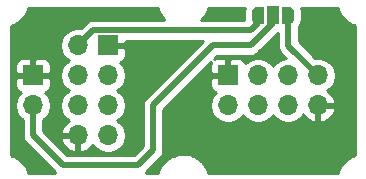
<source format=gbr>
%TF.GenerationSoftware,KiCad,Pcbnew,(5.1.10)-1*%
%TF.CreationDate,2021-09-12T15:17:43+08:00*%
%TF.ProjectId,fc,66632e6b-6963-4616-945f-706362585858,rev?*%
%TF.SameCoordinates,Original*%
%TF.FileFunction,Copper,L1,Top*%
%TF.FilePolarity,Positive*%
%FSLAX46Y46*%
G04 Gerber Fmt 4.6, Leading zero omitted, Abs format (unit mm)*
G04 Created by KiCad (PCBNEW (5.1.10)-1) date 2021-09-12 15:17:43*
%MOMM*%
%LPD*%
G01*
G04 APERTURE LIST*
%TA.AperFunction,SMDPad,CuDef*%
%ADD10R,1.000000X1.500000*%
%TD*%
%TA.AperFunction,SMDPad,CuDef*%
%ADD11C,0.350000*%
%TD*%
%TA.AperFunction,ComponentPad*%
%ADD12R,1.700000X1.700000*%
%TD*%
%TA.AperFunction,ComponentPad*%
%ADD13O,1.700000X1.700000*%
%TD*%
%TA.AperFunction,ViaPad*%
%ADD14C,0.600000*%
%TD*%
%TA.AperFunction,Conductor*%
%ADD15C,0.500000*%
%TD*%
%TA.AperFunction,Conductor*%
%ADD16C,0.254000*%
%TD*%
%TA.AperFunction,Conductor*%
%ADD17C,0.350000*%
%TD*%
%ADD18C,0.300000*%
%ADD19C,0.350000*%
G04 APERTURE END LIST*
D10*
%TO.P,JP1,2*%
%TO.N,/5v_PWR*%
X109220000Y-41910000D03*
%TA.AperFunction,SMDPad,CuDef*%
D11*
%TO.P,JP1,3*%
%TO.N,/5v_CON2*%
G36*
X110520000Y-41160602D02*
G01*
X110544534Y-41160602D01*
X110593365Y-41165412D01*
X110641490Y-41174984D01*
X110688445Y-41189228D01*
X110733778Y-41208005D01*
X110777051Y-41231136D01*
X110817850Y-41258396D01*
X110855779Y-41289524D01*
X110890476Y-41324221D01*
X110921604Y-41362150D01*
X110948864Y-41402949D01*
X110971995Y-41446222D01*
X110990772Y-41491555D01*
X111005016Y-41538510D01*
X111014588Y-41586635D01*
X111019398Y-41635466D01*
X111019398Y-41660000D01*
X111020000Y-41660000D01*
X111020000Y-42160000D01*
X111019398Y-42160000D01*
X111019398Y-42184534D01*
X111014588Y-42233365D01*
X111005016Y-42281490D01*
X110990772Y-42328445D01*
X110971995Y-42373778D01*
X110948864Y-42417051D01*
X110921604Y-42457850D01*
X110890476Y-42495779D01*
X110855779Y-42530476D01*
X110817850Y-42561604D01*
X110777051Y-42588864D01*
X110733778Y-42611995D01*
X110688445Y-42630772D01*
X110641490Y-42645016D01*
X110593365Y-42654588D01*
X110544534Y-42659398D01*
X110520000Y-42659398D01*
X110520000Y-42660000D01*
X109970000Y-42660000D01*
X109970000Y-41160000D01*
X110520000Y-41160000D01*
X110520000Y-41160602D01*
G37*
%TD.AperFunction*%
%TA.AperFunction,SMDPad,CuDef*%
%TO.P,JP1,1*%
%TO.N,/5v_CON1*%
G36*
X108470000Y-42660000D02*
G01*
X107920000Y-42660000D01*
X107920000Y-42659398D01*
X107895466Y-42659398D01*
X107846635Y-42654588D01*
X107798510Y-42645016D01*
X107751555Y-42630772D01*
X107706222Y-42611995D01*
X107662949Y-42588864D01*
X107622150Y-42561604D01*
X107584221Y-42530476D01*
X107549524Y-42495779D01*
X107518396Y-42457850D01*
X107491136Y-42417051D01*
X107468005Y-42373778D01*
X107449228Y-42328445D01*
X107434984Y-42281490D01*
X107425412Y-42233365D01*
X107420602Y-42184534D01*
X107420602Y-42160000D01*
X107420000Y-42160000D01*
X107420000Y-41660000D01*
X107420602Y-41660000D01*
X107420602Y-41635466D01*
X107425412Y-41586635D01*
X107434984Y-41538510D01*
X107449228Y-41491555D01*
X107468005Y-41446222D01*
X107491136Y-41402949D01*
X107518396Y-41362150D01*
X107549524Y-41324221D01*
X107584221Y-41289524D01*
X107622150Y-41258396D01*
X107662949Y-41231136D01*
X107706222Y-41208005D01*
X107751555Y-41189228D01*
X107798510Y-41174984D01*
X107846635Y-41165412D01*
X107895466Y-41160602D01*
X107920000Y-41160602D01*
X107920000Y-41160000D01*
X108470000Y-41160000D01*
X108470000Y-42660000D01*
G37*
%TD.AperFunction*%
%TD*%
D12*
%TO.P,J2,1*%
%TO.N,GND*%
X105410000Y-46990000D03*
D13*
%TO.P,J2,2*%
%TO.N,Net-(J2-Pad2)*%
X105410000Y-49530000D03*
%TO.P,J2,3*%
%TO.N,Net-(J2-Pad3)*%
X107950000Y-46990000D03*
%TO.P,J2,4*%
%TO.N,Net-(J2-Pad4)*%
X107950000Y-49530000D03*
%TO.P,J2,5*%
%TO.N,Net-(J2-Pad5)*%
X110490000Y-46990000D03*
%TO.P,J2,6*%
%TO.N,Net-(J2-Pad6)*%
X110490000Y-49530000D03*
%TO.P,J2,7*%
%TO.N,/5v_CON2*%
X113030000Y-46990000D03*
%TO.P,J2,8*%
%TO.N,GND*%
X113030000Y-49530000D03*
%TD*%
D12*
%TO.P,J1,1*%
%TO.N,GND*%
X95250000Y-44450000D03*
D13*
%TO.P,J1,2*%
%TO.N,/5v_CON1*%
X92710000Y-44450000D03*
%TO.P,J1,3*%
%TO.N,Net-(J1-Pad3)*%
X95250000Y-46990000D03*
%TO.P,J1,4*%
%TO.N,Net-(J1-Pad4)*%
X92710000Y-46990000D03*
%TO.P,J1,5*%
%TO.N,Net-(J1-Pad5)*%
X95250000Y-49530000D03*
%TO.P,J1,6*%
%TO.N,Net-(J1-Pad6)*%
X92710000Y-49530000D03*
%TO.P,J1,7*%
%TO.N,Net-(J1-Pad7)*%
X95250000Y-52070000D03*
%TO.P,J1,8*%
%TO.N,GND*%
X92710000Y-52070000D03*
%TD*%
%TO.P,J3,2*%
%TO.N,/5v_PWR*%
X88900000Y-49530000D03*
D12*
%TO.P,J3,1*%
%TO.N,GND*%
X88900000Y-46990000D03*
%TD*%
D14*
%TO.N,GND*%
X103124000Y-52070000D03*
X98806000Y-41910000D03*
X104394000Y-41910000D03*
%TD*%
D15*
%TO.N,/5v_CON1*%
X93980000Y-43180000D02*
X92710000Y-44450000D01*
X94010001Y-43149999D02*
X93980000Y-43180000D01*
X107330000Y-43149999D02*
X94010001Y-43149999D01*
X107920000Y-42559999D02*
X107330000Y-43149999D01*
X107920000Y-41910000D02*
X107920000Y-42559999D01*
%TO.N,/5v_CON2*%
X110520000Y-44480000D02*
X113030000Y-46990000D01*
X110520000Y-41910000D02*
X110520000Y-44480000D01*
%TO.N,/5v_PWR*%
X88900000Y-52070000D02*
X88900000Y-49530000D01*
X91440000Y-54610000D02*
X88900000Y-52070000D01*
X99060000Y-53340000D02*
X97790000Y-54610000D01*
X99060000Y-49530000D02*
X99060000Y-53340000D01*
X97790000Y-54610000D02*
X91440000Y-54610000D01*
X104140000Y-44450000D02*
X99060000Y-49530000D01*
X107316412Y-44450000D02*
X104140000Y-44450000D01*
X109220000Y-42546412D02*
X107316412Y-44450000D01*
X109220000Y-41910000D02*
X109220000Y-42546412D01*
%TD*%
D16*
%TO.N,GND*%
X114734535Y-41455192D02*
X114757715Y-41510335D01*
X114780124Y-41565800D01*
X114784451Y-41573937D01*
X114932972Y-41848621D01*
X114966417Y-41898205D01*
X114999177Y-41948268D01*
X115005001Y-41955409D01*
X115204047Y-42196013D01*
X115246482Y-42238154D01*
X115288346Y-42280903D01*
X115295446Y-42286777D01*
X115537435Y-42484138D01*
X115587259Y-42517241D01*
X115636615Y-42551036D01*
X115644721Y-42555419D01*
X115920435Y-42702019D01*
X115975704Y-42724799D01*
X116030724Y-42748381D01*
X116039527Y-42751105D01*
X116180001Y-42793516D01*
X116180000Y-53726495D01*
X116024808Y-53774535D01*
X115969653Y-53797720D01*
X115914200Y-53820124D01*
X115906068Y-53824449D01*
X115906063Y-53824451D01*
X115906059Y-53824454D01*
X115631379Y-53972972D01*
X115581795Y-54006417D01*
X115531732Y-54039177D01*
X115524591Y-54045001D01*
X115283987Y-54244046D01*
X115241863Y-54286465D01*
X115199097Y-54328345D01*
X115193223Y-54335446D01*
X114995862Y-54577435D01*
X114962759Y-54627259D01*
X114928964Y-54676615D01*
X114924581Y-54684721D01*
X114777981Y-54960434D01*
X114755189Y-55015731D01*
X114731619Y-55070725D01*
X114728895Y-55079528D01*
X114686484Y-55220000D01*
X103753609Y-55220000D01*
X103699723Y-55050130D01*
X103676157Y-54995147D01*
X103653362Y-54939841D01*
X103648979Y-54931735D01*
X103498544Y-54658095D01*
X103464755Y-54608748D01*
X103431645Y-54558913D01*
X103425771Y-54551812D01*
X103225049Y-54312603D01*
X103182319Y-54270759D01*
X103140161Y-54228305D01*
X103133020Y-54222481D01*
X102889660Y-54026814D01*
X102839600Y-53994055D01*
X102790014Y-53960609D01*
X102781877Y-53956283D01*
X102505146Y-53811612D01*
X102449711Y-53789215D01*
X102394539Y-53766022D01*
X102385717Y-53763359D01*
X102086156Y-53675193D01*
X102027440Y-53663993D01*
X101968798Y-53651955D01*
X101959627Y-53651056D01*
X101648647Y-53622755D01*
X101588830Y-53623173D01*
X101529012Y-53622755D01*
X101519841Y-53623655D01*
X101519839Y-53623655D01*
X101209285Y-53656296D01*
X101150709Y-53668320D01*
X101091930Y-53679532D01*
X101083108Y-53682196D01*
X100784808Y-53774535D01*
X100729653Y-53797720D01*
X100674200Y-53820124D01*
X100666068Y-53824449D01*
X100666063Y-53824451D01*
X100666059Y-53824454D01*
X100391379Y-53972972D01*
X100341795Y-54006417D01*
X100291732Y-54039177D01*
X100284591Y-54045001D01*
X100043987Y-54244046D01*
X100001863Y-54286465D01*
X99959097Y-54328345D01*
X99953223Y-54335446D01*
X99755862Y-54577435D01*
X99722759Y-54627259D01*
X99688964Y-54676615D01*
X99684581Y-54684721D01*
X99537981Y-54960434D01*
X99515189Y-55015731D01*
X99491619Y-55070725D01*
X99488895Y-55079528D01*
X99446484Y-55220000D01*
X98434260Y-55220000D01*
X98446534Y-55205044D01*
X99655049Y-53996530D01*
X99688817Y-53968817D01*
X99726373Y-53923056D01*
X99799410Y-53834060D01*
X99799411Y-53834059D01*
X99881589Y-53680313D01*
X99932195Y-53513490D01*
X99945000Y-53383477D01*
X99945000Y-53383467D01*
X99949281Y-53340001D01*
X99945000Y-53296535D01*
X99945000Y-49896578D01*
X103998906Y-45842672D01*
X103970498Y-45895820D01*
X103934188Y-46015518D01*
X103921928Y-46140000D01*
X103925000Y-46704250D01*
X104083750Y-46863000D01*
X105283000Y-46863000D01*
X105283000Y-45663750D01*
X105124250Y-45505000D01*
X104560000Y-45501928D01*
X104435518Y-45514188D01*
X104315820Y-45550498D01*
X104262673Y-45578906D01*
X104506579Y-45335000D01*
X107272943Y-45335000D01*
X107316412Y-45339281D01*
X107359881Y-45335000D01*
X107359889Y-45335000D01*
X107489902Y-45322195D01*
X107656725Y-45271589D01*
X107810471Y-45189411D01*
X107945229Y-45078817D01*
X107972946Y-45045044D01*
X109635001Y-43382990D01*
X109635001Y-44436521D01*
X109630719Y-44480000D01*
X109647805Y-44653490D01*
X109698412Y-44820313D01*
X109780590Y-44974059D01*
X109863468Y-45075046D01*
X109863471Y-45075049D01*
X109891184Y-45108817D01*
X109924951Y-45136529D01*
X110301770Y-45513348D01*
X110056842Y-45562068D01*
X109786589Y-45674010D01*
X109543368Y-45836525D01*
X109336525Y-46043368D01*
X109220000Y-46217760D01*
X109103475Y-46043368D01*
X108896632Y-45836525D01*
X108653411Y-45674010D01*
X108383158Y-45562068D01*
X108096260Y-45505000D01*
X107803740Y-45505000D01*
X107516842Y-45562068D01*
X107246589Y-45674010D01*
X107003368Y-45836525D01*
X106871513Y-45968380D01*
X106849502Y-45895820D01*
X106790537Y-45785506D01*
X106711185Y-45688815D01*
X106614494Y-45609463D01*
X106504180Y-45550498D01*
X106384482Y-45514188D01*
X106260000Y-45501928D01*
X105695750Y-45505000D01*
X105537000Y-45663750D01*
X105537000Y-46863000D01*
X105557000Y-46863000D01*
X105557000Y-47117000D01*
X105537000Y-47117000D01*
X105537000Y-47137000D01*
X105283000Y-47137000D01*
X105283000Y-47117000D01*
X104083750Y-47117000D01*
X103925000Y-47275750D01*
X103921928Y-47840000D01*
X103934188Y-47964482D01*
X103970498Y-48084180D01*
X104029463Y-48194494D01*
X104108815Y-48291185D01*
X104205506Y-48370537D01*
X104315820Y-48429502D01*
X104388380Y-48451513D01*
X104256525Y-48583368D01*
X104094010Y-48826589D01*
X103982068Y-49096842D01*
X103925000Y-49383740D01*
X103925000Y-49676260D01*
X103982068Y-49963158D01*
X104094010Y-50233411D01*
X104256525Y-50476632D01*
X104463368Y-50683475D01*
X104706589Y-50845990D01*
X104976842Y-50957932D01*
X105263740Y-51015000D01*
X105556260Y-51015000D01*
X105843158Y-50957932D01*
X106113411Y-50845990D01*
X106356632Y-50683475D01*
X106563475Y-50476632D01*
X106680000Y-50302240D01*
X106796525Y-50476632D01*
X107003368Y-50683475D01*
X107246589Y-50845990D01*
X107516842Y-50957932D01*
X107803740Y-51015000D01*
X108096260Y-51015000D01*
X108383158Y-50957932D01*
X108653411Y-50845990D01*
X108896632Y-50683475D01*
X109103475Y-50476632D01*
X109220000Y-50302240D01*
X109336525Y-50476632D01*
X109543368Y-50683475D01*
X109786589Y-50845990D01*
X110056842Y-50957932D01*
X110343740Y-51015000D01*
X110636260Y-51015000D01*
X110923158Y-50957932D01*
X111193411Y-50845990D01*
X111436632Y-50683475D01*
X111643475Y-50476632D01*
X111765195Y-50294466D01*
X111834822Y-50411355D01*
X112029731Y-50627588D01*
X112263080Y-50801641D01*
X112525901Y-50926825D01*
X112673110Y-50971476D01*
X112903000Y-50850155D01*
X112903000Y-49657000D01*
X113157000Y-49657000D01*
X113157000Y-50850155D01*
X113386890Y-50971476D01*
X113534099Y-50926825D01*
X113796920Y-50801641D01*
X114030269Y-50627588D01*
X114225178Y-50411355D01*
X114374157Y-50161252D01*
X114471481Y-49886891D01*
X114350814Y-49657000D01*
X113157000Y-49657000D01*
X112903000Y-49657000D01*
X112883000Y-49657000D01*
X112883000Y-49403000D01*
X112903000Y-49403000D01*
X112903000Y-49383000D01*
X113157000Y-49383000D01*
X113157000Y-49403000D01*
X114350814Y-49403000D01*
X114471481Y-49173109D01*
X114374157Y-48898748D01*
X114225178Y-48648645D01*
X114030269Y-48432412D01*
X113800594Y-48261100D01*
X113976632Y-48143475D01*
X114183475Y-47936632D01*
X114345990Y-47693411D01*
X114457932Y-47423158D01*
X114515000Y-47136260D01*
X114515000Y-46843740D01*
X114457932Y-46556842D01*
X114345990Y-46286589D01*
X114183475Y-46043368D01*
X113976632Y-45836525D01*
X113733411Y-45674010D01*
X113463158Y-45562068D01*
X113176260Y-45505000D01*
X112883740Y-45505000D01*
X112811040Y-45519461D01*
X111405000Y-44113422D01*
X111405000Y-42870734D01*
X111437042Y-42831691D01*
X111491498Y-42750192D01*
X111550464Y-42639875D01*
X111587973Y-42549319D01*
X111624282Y-42429623D01*
X111643404Y-42333490D01*
X111655664Y-42209009D01*
X111655664Y-42184450D01*
X111658072Y-42160000D01*
X111658072Y-41660000D01*
X111655664Y-41635550D01*
X111655664Y-41610991D01*
X111643404Y-41486510D01*
X111624282Y-41390377D01*
X111596867Y-41300000D01*
X114686495Y-41300000D01*
X114734535Y-41455192D01*
%TA.AperFunction,Conductor*%
D17*
G36*
X114734535Y-41455192D02*
G01*
X114757715Y-41510335D01*
X114780124Y-41565800D01*
X114784451Y-41573937D01*
X114932972Y-41848621D01*
X114966417Y-41898205D01*
X114999177Y-41948268D01*
X115005001Y-41955409D01*
X115204047Y-42196013D01*
X115246482Y-42238154D01*
X115288346Y-42280903D01*
X115295446Y-42286777D01*
X115537435Y-42484138D01*
X115587259Y-42517241D01*
X115636615Y-42551036D01*
X115644721Y-42555419D01*
X115920435Y-42702019D01*
X115975704Y-42724799D01*
X116030724Y-42748381D01*
X116039527Y-42751105D01*
X116180001Y-42793516D01*
X116180000Y-53726495D01*
X116024808Y-53774535D01*
X115969653Y-53797720D01*
X115914200Y-53820124D01*
X115906068Y-53824449D01*
X115906063Y-53824451D01*
X115906059Y-53824454D01*
X115631379Y-53972972D01*
X115581795Y-54006417D01*
X115531732Y-54039177D01*
X115524591Y-54045001D01*
X115283987Y-54244046D01*
X115241863Y-54286465D01*
X115199097Y-54328345D01*
X115193223Y-54335446D01*
X114995862Y-54577435D01*
X114962759Y-54627259D01*
X114928964Y-54676615D01*
X114924581Y-54684721D01*
X114777981Y-54960434D01*
X114755189Y-55015731D01*
X114731619Y-55070725D01*
X114728895Y-55079528D01*
X114686484Y-55220000D01*
X103753609Y-55220000D01*
X103699723Y-55050130D01*
X103676157Y-54995147D01*
X103653362Y-54939841D01*
X103648979Y-54931735D01*
X103498544Y-54658095D01*
X103464755Y-54608748D01*
X103431645Y-54558913D01*
X103425771Y-54551812D01*
X103225049Y-54312603D01*
X103182319Y-54270759D01*
X103140161Y-54228305D01*
X103133020Y-54222481D01*
X102889660Y-54026814D01*
X102839600Y-53994055D01*
X102790014Y-53960609D01*
X102781877Y-53956283D01*
X102505146Y-53811612D01*
X102449711Y-53789215D01*
X102394539Y-53766022D01*
X102385717Y-53763359D01*
X102086156Y-53675193D01*
X102027440Y-53663993D01*
X101968798Y-53651955D01*
X101959627Y-53651056D01*
X101648647Y-53622755D01*
X101588830Y-53623173D01*
X101529012Y-53622755D01*
X101519841Y-53623655D01*
X101519839Y-53623655D01*
X101209285Y-53656296D01*
X101150709Y-53668320D01*
X101091930Y-53679532D01*
X101083108Y-53682196D01*
X100784808Y-53774535D01*
X100729653Y-53797720D01*
X100674200Y-53820124D01*
X100666068Y-53824449D01*
X100666063Y-53824451D01*
X100666059Y-53824454D01*
X100391379Y-53972972D01*
X100341795Y-54006417D01*
X100291732Y-54039177D01*
X100284591Y-54045001D01*
X100043987Y-54244046D01*
X100001863Y-54286465D01*
X99959097Y-54328345D01*
X99953223Y-54335446D01*
X99755862Y-54577435D01*
X99722759Y-54627259D01*
X99688964Y-54676615D01*
X99684581Y-54684721D01*
X99537981Y-54960434D01*
X99515189Y-55015731D01*
X99491619Y-55070725D01*
X99488895Y-55079528D01*
X99446484Y-55220000D01*
X98434260Y-55220000D01*
X98446534Y-55205044D01*
X99655049Y-53996530D01*
X99688817Y-53968817D01*
X99726373Y-53923056D01*
X99799410Y-53834060D01*
X99799411Y-53834059D01*
X99881589Y-53680313D01*
X99932195Y-53513490D01*
X99945000Y-53383477D01*
X99945000Y-53383467D01*
X99949281Y-53340001D01*
X99945000Y-53296535D01*
X99945000Y-49896578D01*
X103998906Y-45842672D01*
X103970498Y-45895820D01*
X103934188Y-46015518D01*
X103921928Y-46140000D01*
X103925000Y-46704250D01*
X104083750Y-46863000D01*
X105283000Y-46863000D01*
X105283000Y-45663750D01*
X105124250Y-45505000D01*
X104560000Y-45501928D01*
X104435518Y-45514188D01*
X104315820Y-45550498D01*
X104262673Y-45578906D01*
X104506579Y-45335000D01*
X107272943Y-45335000D01*
X107316412Y-45339281D01*
X107359881Y-45335000D01*
X107359889Y-45335000D01*
X107489902Y-45322195D01*
X107656725Y-45271589D01*
X107810471Y-45189411D01*
X107945229Y-45078817D01*
X107972946Y-45045044D01*
X109635001Y-43382990D01*
X109635001Y-44436521D01*
X109630719Y-44480000D01*
X109647805Y-44653490D01*
X109698412Y-44820313D01*
X109780590Y-44974059D01*
X109863468Y-45075046D01*
X109863471Y-45075049D01*
X109891184Y-45108817D01*
X109924951Y-45136529D01*
X110301770Y-45513348D01*
X110056842Y-45562068D01*
X109786589Y-45674010D01*
X109543368Y-45836525D01*
X109336525Y-46043368D01*
X109220000Y-46217760D01*
X109103475Y-46043368D01*
X108896632Y-45836525D01*
X108653411Y-45674010D01*
X108383158Y-45562068D01*
X108096260Y-45505000D01*
X107803740Y-45505000D01*
X107516842Y-45562068D01*
X107246589Y-45674010D01*
X107003368Y-45836525D01*
X106871513Y-45968380D01*
X106849502Y-45895820D01*
X106790537Y-45785506D01*
X106711185Y-45688815D01*
X106614494Y-45609463D01*
X106504180Y-45550498D01*
X106384482Y-45514188D01*
X106260000Y-45501928D01*
X105695750Y-45505000D01*
X105537000Y-45663750D01*
X105537000Y-46863000D01*
X105557000Y-46863000D01*
X105557000Y-47117000D01*
X105537000Y-47117000D01*
X105537000Y-47137000D01*
X105283000Y-47137000D01*
X105283000Y-47117000D01*
X104083750Y-47117000D01*
X103925000Y-47275750D01*
X103921928Y-47840000D01*
X103934188Y-47964482D01*
X103970498Y-48084180D01*
X104029463Y-48194494D01*
X104108815Y-48291185D01*
X104205506Y-48370537D01*
X104315820Y-48429502D01*
X104388380Y-48451513D01*
X104256525Y-48583368D01*
X104094010Y-48826589D01*
X103982068Y-49096842D01*
X103925000Y-49383740D01*
X103925000Y-49676260D01*
X103982068Y-49963158D01*
X104094010Y-50233411D01*
X104256525Y-50476632D01*
X104463368Y-50683475D01*
X104706589Y-50845990D01*
X104976842Y-50957932D01*
X105263740Y-51015000D01*
X105556260Y-51015000D01*
X105843158Y-50957932D01*
X106113411Y-50845990D01*
X106356632Y-50683475D01*
X106563475Y-50476632D01*
X106680000Y-50302240D01*
X106796525Y-50476632D01*
X107003368Y-50683475D01*
X107246589Y-50845990D01*
X107516842Y-50957932D01*
X107803740Y-51015000D01*
X108096260Y-51015000D01*
X108383158Y-50957932D01*
X108653411Y-50845990D01*
X108896632Y-50683475D01*
X109103475Y-50476632D01*
X109220000Y-50302240D01*
X109336525Y-50476632D01*
X109543368Y-50683475D01*
X109786589Y-50845990D01*
X110056842Y-50957932D01*
X110343740Y-51015000D01*
X110636260Y-51015000D01*
X110923158Y-50957932D01*
X111193411Y-50845990D01*
X111436632Y-50683475D01*
X111643475Y-50476632D01*
X111765195Y-50294466D01*
X111834822Y-50411355D01*
X112029731Y-50627588D01*
X112263080Y-50801641D01*
X112525901Y-50926825D01*
X112673110Y-50971476D01*
X112903000Y-50850155D01*
X112903000Y-49657000D01*
X113157000Y-49657000D01*
X113157000Y-50850155D01*
X113386890Y-50971476D01*
X113534099Y-50926825D01*
X113796920Y-50801641D01*
X114030269Y-50627588D01*
X114225178Y-50411355D01*
X114374157Y-50161252D01*
X114471481Y-49886891D01*
X114350814Y-49657000D01*
X113157000Y-49657000D01*
X112903000Y-49657000D01*
X112883000Y-49657000D01*
X112883000Y-49403000D01*
X112903000Y-49403000D01*
X112903000Y-49383000D01*
X113157000Y-49383000D01*
X113157000Y-49403000D01*
X114350814Y-49403000D01*
X114471481Y-49173109D01*
X114374157Y-48898748D01*
X114225178Y-48648645D01*
X114030269Y-48432412D01*
X113800594Y-48261100D01*
X113976632Y-48143475D01*
X114183475Y-47936632D01*
X114345990Y-47693411D01*
X114457932Y-47423158D01*
X114515000Y-47136260D01*
X114515000Y-46843740D01*
X114457932Y-46556842D01*
X114345990Y-46286589D01*
X114183475Y-46043368D01*
X113976632Y-45836525D01*
X113733411Y-45674010D01*
X113463158Y-45562068D01*
X113176260Y-45505000D01*
X112883740Y-45505000D01*
X112811040Y-45519461D01*
X111405000Y-44113422D01*
X111405000Y-42870734D01*
X111437042Y-42831691D01*
X111491498Y-42750192D01*
X111550464Y-42639875D01*
X111587973Y-42549319D01*
X111624282Y-42429623D01*
X111643404Y-42333490D01*
X111655664Y-42209009D01*
X111655664Y-42184450D01*
X111658072Y-42160000D01*
X111658072Y-41660000D01*
X111655664Y-41635550D01*
X111655664Y-41610991D01*
X111643404Y-41486510D01*
X111624282Y-41390377D01*
X111596867Y-41300000D01*
X114686495Y-41300000D01*
X114734535Y-41455192D01*
G37*
%TD.AperFunction*%
D16*
X99500277Y-41469870D02*
X99523817Y-41524792D01*
X99546637Y-41580159D01*
X99551021Y-41588265D01*
X99701456Y-41861904D01*
X99735221Y-41911217D01*
X99768355Y-41961088D01*
X99774230Y-41968188D01*
X99974951Y-42207397D01*
X100017680Y-42249241D01*
X100033329Y-42264999D01*
X94053470Y-42264999D01*
X94010001Y-42260718D01*
X93966532Y-42264999D01*
X93966524Y-42264999D01*
X93836511Y-42277804D01*
X93669688Y-42328410D01*
X93515942Y-42410588D01*
X93381184Y-42521182D01*
X93353471Y-42554950D01*
X92928960Y-42979461D01*
X92856260Y-42965000D01*
X92563740Y-42965000D01*
X92276842Y-43022068D01*
X92006589Y-43134010D01*
X91763368Y-43296525D01*
X91556525Y-43503368D01*
X91394010Y-43746589D01*
X91282068Y-44016842D01*
X91225000Y-44303740D01*
X91225000Y-44596260D01*
X91282068Y-44883158D01*
X91394010Y-45153411D01*
X91556525Y-45396632D01*
X91763368Y-45603475D01*
X91937760Y-45720000D01*
X91763368Y-45836525D01*
X91556525Y-46043368D01*
X91394010Y-46286589D01*
X91282068Y-46556842D01*
X91225000Y-46843740D01*
X91225000Y-47136260D01*
X91282068Y-47423158D01*
X91394010Y-47693411D01*
X91556525Y-47936632D01*
X91763368Y-48143475D01*
X91937760Y-48260000D01*
X91763368Y-48376525D01*
X91556525Y-48583368D01*
X91394010Y-48826589D01*
X91282068Y-49096842D01*
X91225000Y-49383740D01*
X91225000Y-49676260D01*
X91282068Y-49963158D01*
X91394010Y-50233411D01*
X91556525Y-50476632D01*
X91763368Y-50683475D01*
X91945534Y-50805195D01*
X91828645Y-50874822D01*
X91612412Y-51069731D01*
X91438359Y-51303080D01*
X91313175Y-51565901D01*
X91268524Y-51713110D01*
X91389845Y-51943000D01*
X92583000Y-51943000D01*
X92583000Y-51923000D01*
X92837000Y-51923000D01*
X92837000Y-51943000D01*
X92857000Y-51943000D01*
X92857000Y-52197000D01*
X92837000Y-52197000D01*
X92837000Y-53390814D01*
X93066891Y-53511481D01*
X93341252Y-53414157D01*
X93591355Y-53265178D01*
X93807588Y-53070269D01*
X93978900Y-52840594D01*
X94096525Y-53016632D01*
X94303368Y-53223475D01*
X94546589Y-53385990D01*
X94816842Y-53497932D01*
X95103740Y-53555000D01*
X95396260Y-53555000D01*
X95683158Y-53497932D01*
X95953411Y-53385990D01*
X96196632Y-53223475D01*
X96403475Y-53016632D01*
X96565990Y-52773411D01*
X96677932Y-52503158D01*
X96735000Y-52216260D01*
X96735000Y-51923740D01*
X96677932Y-51636842D01*
X96565990Y-51366589D01*
X96403475Y-51123368D01*
X96196632Y-50916525D01*
X96022240Y-50800000D01*
X96196632Y-50683475D01*
X96403475Y-50476632D01*
X96565990Y-50233411D01*
X96677932Y-49963158D01*
X96735000Y-49676260D01*
X96735000Y-49383740D01*
X96677932Y-49096842D01*
X96565990Y-48826589D01*
X96403475Y-48583368D01*
X96196632Y-48376525D01*
X96022240Y-48260000D01*
X96196632Y-48143475D01*
X96403475Y-47936632D01*
X96565990Y-47693411D01*
X96677932Y-47423158D01*
X96735000Y-47136260D01*
X96735000Y-46843740D01*
X96677932Y-46556842D01*
X96565990Y-46286589D01*
X96403475Y-46043368D01*
X96271620Y-45911513D01*
X96344180Y-45889502D01*
X96454494Y-45830537D01*
X96551185Y-45751185D01*
X96630537Y-45654494D01*
X96689502Y-45544180D01*
X96725812Y-45424482D01*
X96738072Y-45300000D01*
X96735000Y-44735750D01*
X96576250Y-44577000D01*
X95377000Y-44577000D01*
X95377000Y-44597000D01*
X95123000Y-44597000D01*
X95123000Y-44577000D01*
X95103000Y-44577000D01*
X95103000Y-44323000D01*
X95123000Y-44323000D01*
X95123000Y-44303000D01*
X95377000Y-44303000D01*
X95377000Y-44323000D01*
X96576250Y-44323000D01*
X96735000Y-44164250D01*
X96735704Y-44034999D01*
X103303422Y-44034999D01*
X98464956Y-48873466D01*
X98431183Y-48901183D01*
X98320589Y-49035942D01*
X98238411Y-49189688D01*
X98187805Y-49356511D01*
X98175000Y-49486524D01*
X98175000Y-49486531D01*
X98170719Y-49530000D01*
X98175000Y-49573469D01*
X98175001Y-52973420D01*
X97423422Y-53725000D01*
X91806579Y-53725000D01*
X90508469Y-52426890D01*
X91268524Y-52426890D01*
X91313175Y-52574099D01*
X91438359Y-52836920D01*
X91612412Y-53070269D01*
X91828645Y-53265178D01*
X92078748Y-53414157D01*
X92353109Y-53511481D01*
X92583000Y-53390814D01*
X92583000Y-52197000D01*
X91389845Y-52197000D01*
X91268524Y-52426890D01*
X90508469Y-52426890D01*
X89785000Y-51703422D01*
X89785000Y-50724656D01*
X89846632Y-50683475D01*
X90053475Y-50476632D01*
X90215990Y-50233411D01*
X90327932Y-49963158D01*
X90385000Y-49676260D01*
X90385000Y-49383740D01*
X90327932Y-49096842D01*
X90215990Y-48826589D01*
X90053475Y-48583368D01*
X89921620Y-48451513D01*
X89994180Y-48429502D01*
X90104494Y-48370537D01*
X90201185Y-48291185D01*
X90280537Y-48194494D01*
X90339502Y-48084180D01*
X90375812Y-47964482D01*
X90388072Y-47840000D01*
X90385000Y-47275750D01*
X90226250Y-47117000D01*
X89027000Y-47117000D01*
X89027000Y-47137000D01*
X88773000Y-47137000D01*
X88773000Y-47117000D01*
X87573750Y-47117000D01*
X87415000Y-47275750D01*
X87411928Y-47840000D01*
X87424188Y-47964482D01*
X87460498Y-48084180D01*
X87519463Y-48194494D01*
X87598815Y-48291185D01*
X87695506Y-48370537D01*
X87805820Y-48429502D01*
X87878380Y-48451513D01*
X87746525Y-48583368D01*
X87584010Y-48826589D01*
X87472068Y-49096842D01*
X87415000Y-49383740D01*
X87415000Y-49676260D01*
X87472068Y-49963158D01*
X87584010Y-50233411D01*
X87746525Y-50476632D01*
X87953368Y-50683475D01*
X88015001Y-50724657D01*
X88015000Y-52026531D01*
X88010719Y-52070000D01*
X88015000Y-52113469D01*
X88015000Y-52113476D01*
X88027805Y-52243489D01*
X88078411Y-52410312D01*
X88160589Y-52564058D01*
X88271183Y-52698817D01*
X88304956Y-52726534D01*
X90783470Y-55205049D01*
X90795740Y-55220000D01*
X88513505Y-55220000D01*
X88465465Y-55064808D01*
X88442280Y-55009653D01*
X88419876Y-54954200D01*
X88415549Y-54946064D01*
X88415549Y-54946063D01*
X88415546Y-54946059D01*
X88267028Y-54671379D01*
X88233583Y-54621795D01*
X88200823Y-54571732D01*
X88194999Y-54564591D01*
X87995954Y-54323987D01*
X87953535Y-54281863D01*
X87911655Y-54239097D01*
X87904554Y-54233223D01*
X87662565Y-54035862D01*
X87612741Y-54002759D01*
X87563385Y-53968964D01*
X87555279Y-53964581D01*
X87279566Y-53817981D01*
X87224269Y-53795189D01*
X87169275Y-53771619D01*
X87160472Y-53768895D01*
X87020000Y-53726484D01*
X87020000Y-46140000D01*
X87411928Y-46140000D01*
X87415000Y-46704250D01*
X87573750Y-46863000D01*
X88773000Y-46863000D01*
X88773000Y-45663750D01*
X89027000Y-45663750D01*
X89027000Y-46863000D01*
X90226250Y-46863000D01*
X90385000Y-46704250D01*
X90388072Y-46140000D01*
X90375812Y-46015518D01*
X90339502Y-45895820D01*
X90280537Y-45785506D01*
X90201185Y-45688815D01*
X90104494Y-45609463D01*
X89994180Y-45550498D01*
X89874482Y-45514188D01*
X89750000Y-45501928D01*
X89185750Y-45505000D01*
X89027000Y-45663750D01*
X88773000Y-45663750D01*
X88614250Y-45505000D01*
X88050000Y-45501928D01*
X87925518Y-45514188D01*
X87805820Y-45550498D01*
X87695506Y-45609463D01*
X87598815Y-45688815D01*
X87519463Y-45785506D01*
X87460498Y-45895820D01*
X87424188Y-46015518D01*
X87411928Y-46140000D01*
X87020000Y-46140000D01*
X87020000Y-42793505D01*
X87175192Y-42745465D01*
X87230335Y-42722285D01*
X87285800Y-42699876D01*
X87293937Y-42695549D01*
X87568621Y-42547028D01*
X87618205Y-42513583D01*
X87668268Y-42480823D01*
X87675409Y-42474999D01*
X87916013Y-42275953D01*
X87958154Y-42233518D01*
X88000903Y-42191654D01*
X88006777Y-42184554D01*
X88204138Y-41942565D01*
X88237241Y-41892741D01*
X88271036Y-41843385D01*
X88275419Y-41835279D01*
X88422019Y-41559565D01*
X88444799Y-41504296D01*
X88468381Y-41449276D01*
X88471105Y-41440473D01*
X88513516Y-41300000D01*
X99446391Y-41300000D01*
X99500277Y-41469870D01*
%TA.AperFunction,Conductor*%
D17*
G36*
X99500277Y-41469870D02*
G01*
X99523817Y-41524792D01*
X99546637Y-41580159D01*
X99551021Y-41588265D01*
X99701456Y-41861904D01*
X99735221Y-41911217D01*
X99768355Y-41961088D01*
X99774230Y-41968188D01*
X99974951Y-42207397D01*
X100017680Y-42249241D01*
X100033329Y-42264999D01*
X94053470Y-42264999D01*
X94010001Y-42260718D01*
X93966532Y-42264999D01*
X93966524Y-42264999D01*
X93836511Y-42277804D01*
X93669688Y-42328410D01*
X93515942Y-42410588D01*
X93381184Y-42521182D01*
X93353471Y-42554950D01*
X92928960Y-42979461D01*
X92856260Y-42965000D01*
X92563740Y-42965000D01*
X92276842Y-43022068D01*
X92006589Y-43134010D01*
X91763368Y-43296525D01*
X91556525Y-43503368D01*
X91394010Y-43746589D01*
X91282068Y-44016842D01*
X91225000Y-44303740D01*
X91225000Y-44596260D01*
X91282068Y-44883158D01*
X91394010Y-45153411D01*
X91556525Y-45396632D01*
X91763368Y-45603475D01*
X91937760Y-45720000D01*
X91763368Y-45836525D01*
X91556525Y-46043368D01*
X91394010Y-46286589D01*
X91282068Y-46556842D01*
X91225000Y-46843740D01*
X91225000Y-47136260D01*
X91282068Y-47423158D01*
X91394010Y-47693411D01*
X91556525Y-47936632D01*
X91763368Y-48143475D01*
X91937760Y-48260000D01*
X91763368Y-48376525D01*
X91556525Y-48583368D01*
X91394010Y-48826589D01*
X91282068Y-49096842D01*
X91225000Y-49383740D01*
X91225000Y-49676260D01*
X91282068Y-49963158D01*
X91394010Y-50233411D01*
X91556525Y-50476632D01*
X91763368Y-50683475D01*
X91945534Y-50805195D01*
X91828645Y-50874822D01*
X91612412Y-51069731D01*
X91438359Y-51303080D01*
X91313175Y-51565901D01*
X91268524Y-51713110D01*
X91389845Y-51943000D01*
X92583000Y-51943000D01*
X92583000Y-51923000D01*
X92837000Y-51923000D01*
X92837000Y-51943000D01*
X92857000Y-51943000D01*
X92857000Y-52197000D01*
X92837000Y-52197000D01*
X92837000Y-53390814D01*
X93066891Y-53511481D01*
X93341252Y-53414157D01*
X93591355Y-53265178D01*
X93807588Y-53070269D01*
X93978900Y-52840594D01*
X94096525Y-53016632D01*
X94303368Y-53223475D01*
X94546589Y-53385990D01*
X94816842Y-53497932D01*
X95103740Y-53555000D01*
X95396260Y-53555000D01*
X95683158Y-53497932D01*
X95953411Y-53385990D01*
X96196632Y-53223475D01*
X96403475Y-53016632D01*
X96565990Y-52773411D01*
X96677932Y-52503158D01*
X96735000Y-52216260D01*
X96735000Y-51923740D01*
X96677932Y-51636842D01*
X96565990Y-51366589D01*
X96403475Y-51123368D01*
X96196632Y-50916525D01*
X96022240Y-50800000D01*
X96196632Y-50683475D01*
X96403475Y-50476632D01*
X96565990Y-50233411D01*
X96677932Y-49963158D01*
X96735000Y-49676260D01*
X96735000Y-49383740D01*
X96677932Y-49096842D01*
X96565990Y-48826589D01*
X96403475Y-48583368D01*
X96196632Y-48376525D01*
X96022240Y-48260000D01*
X96196632Y-48143475D01*
X96403475Y-47936632D01*
X96565990Y-47693411D01*
X96677932Y-47423158D01*
X96735000Y-47136260D01*
X96735000Y-46843740D01*
X96677932Y-46556842D01*
X96565990Y-46286589D01*
X96403475Y-46043368D01*
X96271620Y-45911513D01*
X96344180Y-45889502D01*
X96454494Y-45830537D01*
X96551185Y-45751185D01*
X96630537Y-45654494D01*
X96689502Y-45544180D01*
X96725812Y-45424482D01*
X96738072Y-45300000D01*
X96735000Y-44735750D01*
X96576250Y-44577000D01*
X95377000Y-44577000D01*
X95377000Y-44597000D01*
X95123000Y-44597000D01*
X95123000Y-44577000D01*
X95103000Y-44577000D01*
X95103000Y-44323000D01*
X95123000Y-44323000D01*
X95123000Y-44303000D01*
X95377000Y-44303000D01*
X95377000Y-44323000D01*
X96576250Y-44323000D01*
X96735000Y-44164250D01*
X96735704Y-44034999D01*
X103303422Y-44034999D01*
X98464956Y-48873466D01*
X98431183Y-48901183D01*
X98320589Y-49035942D01*
X98238411Y-49189688D01*
X98187805Y-49356511D01*
X98175000Y-49486524D01*
X98175000Y-49486531D01*
X98170719Y-49530000D01*
X98175000Y-49573469D01*
X98175001Y-52973420D01*
X97423422Y-53725000D01*
X91806579Y-53725000D01*
X90508469Y-52426890D01*
X91268524Y-52426890D01*
X91313175Y-52574099D01*
X91438359Y-52836920D01*
X91612412Y-53070269D01*
X91828645Y-53265178D01*
X92078748Y-53414157D01*
X92353109Y-53511481D01*
X92583000Y-53390814D01*
X92583000Y-52197000D01*
X91389845Y-52197000D01*
X91268524Y-52426890D01*
X90508469Y-52426890D01*
X89785000Y-51703422D01*
X89785000Y-50724656D01*
X89846632Y-50683475D01*
X90053475Y-50476632D01*
X90215990Y-50233411D01*
X90327932Y-49963158D01*
X90385000Y-49676260D01*
X90385000Y-49383740D01*
X90327932Y-49096842D01*
X90215990Y-48826589D01*
X90053475Y-48583368D01*
X89921620Y-48451513D01*
X89994180Y-48429502D01*
X90104494Y-48370537D01*
X90201185Y-48291185D01*
X90280537Y-48194494D01*
X90339502Y-48084180D01*
X90375812Y-47964482D01*
X90388072Y-47840000D01*
X90385000Y-47275750D01*
X90226250Y-47117000D01*
X89027000Y-47117000D01*
X89027000Y-47137000D01*
X88773000Y-47137000D01*
X88773000Y-47117000D01*
X87573750Y-47117000D01*
X87415000Y-47275750D01*
X87411928Y-47840000D01*
X87424188Y-47964482D01*
X87460498Y-48084180D01*
X87519463Y-48194494D01*
X87598815Y-48291185D01*
X87695506Y-48370537D01*
X87805820Y-48429502D01*
X87878380Y-48451513D01*
X87746525Y-48583368D01*
X87584010Y-48826589D01*
X87472068Y-49096842D01*
X87415000Y-49383740D01*
X87415000Y-49676260D01*
X87472068Y-49963158D01*
X87584010Y-50233411D01*
X87746525Y-50476632D01*
X87953368Y-50683475D01*
X88015001Y-50724657D01*
X88015000Y-52026531D01*
X88010719Y-52070000D01*
X88015000Y-52113469D01*
X88015000Y-52113476D01*
X88027805Y-52243489D01*
X88078411Y-52410312D01*
X88160589Y-52564058D01*
X88271183Y-52698817D01*
X88304956Y-52726534D01*
X90783470Y-55205049D01*
X90795740Y-55220000D01*
X88513505Y-55220000D01*
X88465465Y-55064808D01*
X88442280Y-55009653D01*
X88419876Y-54954200D01*
X88415549Y-54946064D01*
X88415549Y-54946063D01*
X88415546Y-54946059D01*
X88267028Y-54671379D01*
X88233583Y-54621795D01*
X88200823Y-54571732D01*
X88194999Y-54564591D01*
X87995954Y-54323987D01*
X87953535Y-54281863D01*
X87911655Y-54239097D01*
X87904554Y-54233223D01*
X87662565Y-54035862D01*
X87612741Y-54002759D01*
X87563385Y-53968964D01*
X87555279Y-53964581D01*
X87279566Y-53817981D01*
X87224269Y-53795189D01*
X87169275Y-53771619D01*
X87160472Y-53768895D01*
X87020000Y-53726484D01*
X87020000Y-46140000D01*
X87411928Y-46140000D01*
X87415000Y-46704250D01*
X87573750Y-46863000D01*
X88773000Y-46863000D01*
X88773000Y-45663750D01*
X89027000Y-45663750D01*
X89027000Y-46863000D01*
X90226250Y-46863000D01*
X90385000Y-46704250D01*
X90388072Y-46140000D01*
X90375812Y-46015518D01*
X90339502Y-45895820D01*
X90280537Y-45785506D01*
X90201185Y-45688815D01*
X90104494Y-45609463D01*
X89994180Y-45550498D01*
X89874482Y-45514188D01*
X89750000Y-45501928D01*
X89185750Y-45505000D01*
X89027000Y-45663750D01*
X88773000Y-45663750D01*
X88614250Y-45505000D01*
X88050000Y-45501928D01*
X87925518Y-45514188D01*
X87805820Y-45550498D01*
X87695506Y-45609463D01*
X87598815Y-45688815D01*
X87519463Y-45785506D01*
X87460498Y-45895820D01*
X87424188Y-46015518D01*
X87411928Y-46140000D01*
X87020000Y-46140000D01*
X87020000Y-42793505D01*
X87175192Y-42745465D01*
X87230335Y-42722285D01*
X87285800Y-42699876D01*
X87293937Y-42695549D01*
X87568621Y-42547028D01*
X87618205Y-42513583D01*
X87668268Y-42480823D01*
X87675409Y-42474999D01*
X87916013Y-42275953D01*
X87958154Y-42233518D01*
X88000903Y-42191654D01*
X88006777Y-42184554D01*
X88204138Y-41942565D01*
X88237241Y-41892741D01*
X88271036Y-41843385D01*
X88275419Y-41835279D01*
X88422019Y-41559565D01*
X88444799Y-41504296D01*
X88468381Y-41449276D01*
X88471105Y-41440473D01*
X88513516Y-41300000D01*
X99446391Y-41300000D01*
X99500277Y-41469870D01*
G37*
%TD.AperFunction*%
D16*
X106815718Y-41390377D02*
X106796596Y-41486510D01*
X106784336Y-41610991D01*
X106784336Y-41635550D01*
X106781928Y-41660000D01*
X106781928Y-42160000D01*
X106784336Y-42184450D01*
X106784336Y-42209009D01*
X106789850Y-42264999D01*
X103166891Y-42264999D01*
X103198154Y-42233518D01*
X103240903Y-42191654D01*
X103246777Y-42184554D01*
X103444138Y-41942565D01*
X103477241Y-41892741D01*
X103511036Y-41843385D01*
X103515419Y-41835279D01*
X103662019Y-41559565D01*
X103684799Y-41504296D01*
X103708381Y-41449276D01*
X103711105Y-41440473D01*
X103753516Y-41300000D01*
X106843133Y-41300000D01*
X106815718Y-41390377D01*
%TA.AperFunction,Conductor*%
D17*
G36*
X106815718Y-41390377D02*
G01*
X106796596Y-41486510D01*
X106784336Y-41610991D01*
X106784336Y-41635550D01*
X106781928Y-41660000D01*
X106781928Y-42160000D01*
X106784336Y-42184450D01*
X106784336Y-42209009D01*
X106789850Y-42264999D01*
X103166891Y-42264999D01*
X103198154Y-42233518D01*
X103240903Y-42191654D01*
X103246777Y-42184554D01*
X103444138Y-41942565D01*
X103477241Y-41892741D01*
X103511036Y-41843385D01*
X103515419Y-41835279D01*
X103662019Y-41559565D01*
X103684799Y-41504296D01*
X103708381Y-41449276D01*
X103711105Y-41440473D01*
X103753516Y-41300000D01*
X106843133Y-41300000D01*
X106815718Y-41390377D01*
G37*
%TD.AperFunction*%
%TD*%
D18*
X103124000Y-52070000D03*
X98806000Y-41910000D03*
X104394000Y-41910000D03*
D19*
X105410000Y-46990000D03*
X105410000Y-49530000D03*
X107950000Y-46990000D03*
X107950000Y-49530000D03*
X110490000Y-46990000D03*
X110490000Y-49530000D03*
X113030000Y-46990000D03*
X113030000Y-49530000D03*
X95250000Y-44450000D03*
X92710000Y-44450000D03*
X95250000Y-46990000D03*
X92710000Y-46990000D03*
X95250000Y-49530000D03*
X92710000Y-49530000D03*
X95250000Y-52070000D03*
X92710000Y-52070000D03*
X88900000Y-49530000D03*
X88900000Y-46990000D03*
M02*

</source>
